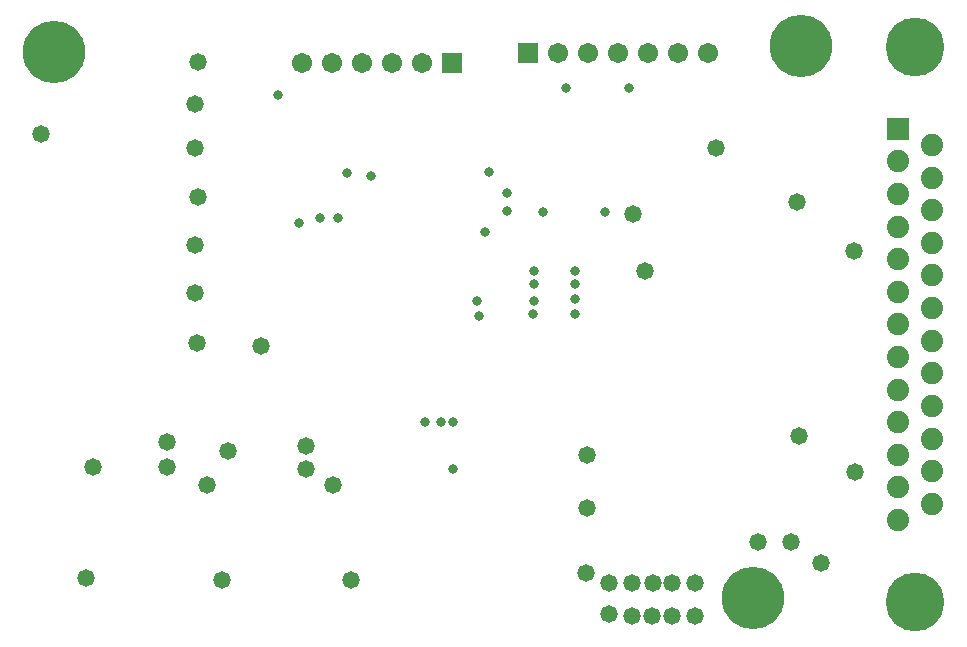
<source format=gbs>
G04*
G04 #@! TF.GenerationSoftware,Altium Limited,Altium Designer,19.1.7 (138)*
G04*
G04 Layer_Color=16711935*
%FSLAX25Y25*%
%MOIN*%
G70*
G01*
G75*
%ADD49C,0.07453*%
%ADD50R,0.07453X0.07453*%
%ADD51C,0.19540*%
%ADD52C,0.06706*%
%ADD53R,0.06706X0.06706*%
%ADD54C,0.03300*%
%ADD55C,0.05800*%
%ADD56C,0.20800*%
D49*
X645319Y185974D02*
D03*
X656500Y191409D02*
D03*
X645319Y196844D02*
D03*
X656500Y202279D02*
D03*
X645319Y207715D02*
D03*
X656500Y213150D02*
D03*
X645319Y218585D02*
D03*
X656500Y224020D02*
D03*
X645319Y229455D02*
D03*
X656500Y234890D02*
D03*
X645319Y240325D02*
D03*
X656500Y245760D02*
D03*
X645319Y251195D02*
D03*
X656500Y256630D02*
D03*
X645319Y262065D02*
D03*
X656500Y267500D02*
D03*
X645319Y272935D02*
D03*
X656500Y278370D02*
D03*
X645319Y283805D02*
D03*
X656500Y289240D02*
D03*
X645319Y294675D02*
D03*
X656500Y300110D02*
D03*
X645319Y305545D02*
D03*
X656500Y310980D02*
D03*
D50*
X645319Y316415D02*
D03*
D51*
X650910Y343817D02*
D03*
Y158573D02*
D03*
D52*
X542000Y341500D02*
D03*
X532000D02*
D03*
X552000D02*
D03*
X562000D02*
D03*
X572000D02*
D03*
X582000D02*
D03*
X446500Y338226D02*
D03*
X456500D02*
D03*
X466500D02*
D03*
X476500D02*
D03*
X486500D02*
D03*
D53*
X522000Y341500D02*
D03*
X496500Y338226D02*
D03*
D54*
X461500Y301500D02*
D03*
X458500Y286500D02*
D03*
X497000Y203000D02*
D03*
X547500Y288500D02*
D03*
X534500Y330000D02*
D03*
X527000Y288500D02*
D03*
X555500Y330000D02*
D03*
X515000Y295000D02*
D03*
X452500Y286500D02*
D03*
X523669Y254500D02*
D03*
X537500D02*
D03*
Y269000D02*
D03*
X524000D02*
D03*
X524069Y259000D02*
D03*
X537500Y259500D02*
D03*
X445500Y285000D02*
D03*
X509000Y302000D02*
D03*
X515000Y289000D02*
D03*
X505500Y254000D02*
D03*
X524000Y264500D02*
D03*
X537500Y264500D02*
D03*
X505000Y259000D02*
D03*
X497000Y218500D02*
D03*
X487500D02*
D03*
X493000D02*
D03*
X507500Y282000D02*
D03*
X469500Y300697D02*
D03*
X438500Y327744D02*
D03*
D55*
X631000Y202000D02*
D03*
X448000Y203000D02*
D03*
X422000Y209000D02*
D03*
X401500Y203500D02*
D03*
X541500Y207500D02*
D03*
X549000Y165000D02*
D03*
Y154500D02*
D03*
X556500Y165000D02*
D03*
Y154000D02*
D03*
X563500Y165000D02*
D03*
X563250Y154000D02*
D03*
X570000Y165000D02*
D03*
Y154000D02*
D03*
X577500D02*
D03*
Y165000D02*
D03*
X612213Y214122D02*
D03*
X619500Y171500D02*
D03*
X377000Y203500D02*
D03*
X561000Y269000D02*
D03*
X630500Y275500D02*
D03*
X611500Y292000D02*
D03*
X557000Y288000D02*
D03*
X598500Y178500D02*
D03*
X448000Y210500D02*
D03*
X359500Y314500D02*
D03*
X401500Y212000D02*
D03*
X411500Y245000D02*
D03*
X411000Y261500D02*
D03*
Y277500D02*
D03*
X412000Y293500D02*
D03*
X411000Y310000D02*
D03*
X457000Y197500D02*
D03*
X415000D02*
D03*
X411000Y324500D02*
D03*
X420047Y166000D02*
D03*
X374500Y166500D02*
D03*
X463000Y166000D02*
D03*
X584500Y310000D02*
D03*
X609500Y178500D02*
D03*
X541376Y168222D02*
D03*
X541500Y190000D02*
D03*
X412000Y338500D02*
D03*
X433000Y244000D02*
D03*
D56*
X364000Y342000D02*
D03*
X613000Y344000D02*
D03*
X597000Y160000D02*
D03*
M02*

</source>
